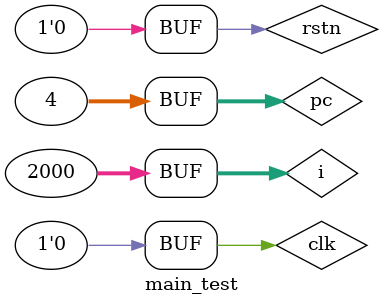
<source format=v>
`timescale 1ns / 1ps

module main_test;

   // Inputs
   reg [31:0] pc;
   reg	      clk, rstn;
   
   // Outputs
   wire [31:0] pcOut;

   integer i;
   // parameter size = 16;

   // Instantiate the Unit Under Test (UUT)
   PcReg uut(pcOut,
	     pc,
	     clk,
	     rstn
	      );

   initial begin
      /// Initialize Inputs
      #10 rstn = 1;
      rstn = 0;
      pc = 0;

      #100;
      pc = 4;

      // $readmemb("pth", 2d_reg, start_addr, end_addr);
   end

   initial begin
      clk = 0;
      for (i = 0; i < 2000; i = i + 1)
	#25 clk = ~clk;
   end


   initial begin
      $dumpfile("./pcReg_test.vcd");
      $dumpvars;
   end

endmodule

</source>
